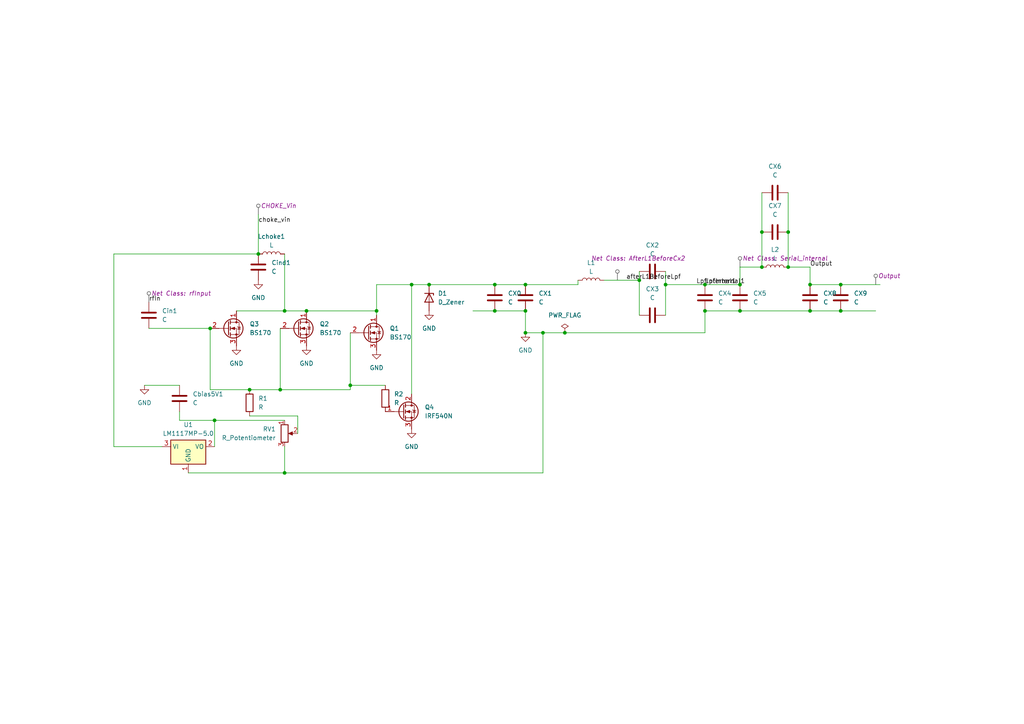
<source format=kicad_sch>
(kicad_sch (version 20230121) (generator eeschema)
  (paper "A4")
  (lib_symbols
    (symbol "Device:C" (pin_numbers hide) (pin_names (offset 0.254))
      (property "Reference" "C" (at 0.635 2.54 0))
      (property "Value" "C" (at 0.635 -2.54 0))
      (symbol "C_0_1"
        (polyline (pts (xy -2.032 -0.762) (xy 2.032 -0.762)) (stroke (width 0.508)))
        (polyline (pts (xy -2.032 0.762) (xy 2.032 0.762)) (stroke (width 0.508)))
      )
      (symbol "C_1_1"
        (pin passive line (at 0 3.81 270) (length 2.794) (name "~") (number "1"))
        (pin passive line (at 0 -3.81 90) (length 2.794) (name "~") (number "2"))
      )
    )
    (symbol "Device:D_Zener" (pin_numbers hide) (pin_names (offset 1.016) hide)
      (property "Reference" "D" (at 0 2.54 0))
      (property "Value" "D_Zener" (at 0 -2.54 0))
      (symbol "D_Zener_0_1"
        (polyline (pts (xy 1.27 0) (xy -1.27 0)))
        (polyline (pts (xy -1.27 -1.27) (xy -1.27 1.27) (xy -0.762 1.27)) (stroke (width 0.254)))
        (polyline (pts (xy 1.27 -1.27) (xy 1.27 1.27) (xy -1.27 0) (xy 1.27 -1.27)) (stroke (width 0.254)))
      )
      (symbol "D_Zener_1_1"
        (pin passive line (at -3.81 0 0) (length 2.54) (name "K") (number "1"))
        (pin passive line (at 3.81 0 180) (length 2.54) (name "A") (number "2"))
      )
    )
    (symbol "Device:L" (pin_numbers hide) (pin_names (offset 1.016) hide)
      (property "Reference" "L" (at -1.27 0 90))
      (property "Value" "L" (at 1.905 0 90))
      (symbol "L_0_1"
        (arc (start 0 -2.54) (mid 0.6323 -1.905) (end 0 -1.27))
        (arc (start 0 -1.27) (mid 0.6323 -0.635) (end 0 0))
        (arc (start 0 0) (mid 0.6323 0.635) (end 0 1.27))
        (arc (start 0 1.27) (mid 0.6323 1.905) (end 0 2.54))
      )
      (symbol "L_1_1"
        (pin passive line (at 0 3.81 270) (length 1.27) (name "1") (number "1"))
        (pin passive line (at 0 -3.81 90) (length 1.27) (name "2") (number "2"))
      )
    )
    (symbol "Device:R" (pin_numbers hide) (pin_names (offset 0))
      (property "Reference" "R" (at 2.032 0 90))
      (property "Value" "R" (at 0 0 90))
      (symbol "R_0_1"
        (rectangle (start -1.016 -2.54) (end 1.016 2.54) (stroke (width 0.254)))
      )
      (symbol "R_1_1"
        (pin passive line (at 0 3.81 270) (length 1.27) (name "~") (number "1"))
        (pin passive line (at 0 -3.81 90) (length 1.27) (name "~") (number "2"))
      )
    )
    (symbol "Device:R_Potentiometer" (pin_names (offset 1.016) hide)
      (property "Reference" "RV" (at -4.445 0 90))
      (property "Value" "R_Potentiometer" (at -2.54 0 90))
      (symbol "R_Potentiometer_0_1"
        (polyline (pts (xy 2.54 0) (xy 1.524 0)))
        (polyline (pts (xy 1.143 0) (xy 2.286 0.508) (xy 2.286 -0.508) (xy 1.143 0)) (fill (type outline)))
        (rectangle (start 1.016 2.54) (end -1.016 -2.54) (stroke (width 0.254)))
      )
      (symbol "R_Potentiometer_1_1"
        (pin passive line (at 0 3.81 270) (length 1.27) (name "1") (number "1"))
        (pin passive line (at 3.81 0 180) (length 1.27) (name "2") (number "2"))
        (pin passive line (at 0 -3.81 90) (length 1.27) (name "3") (number "3"))
      )
    )
    (symbol "Regulator_Linear:LM1117MP-5.0"
      (property "Reference" "U" (at -3.81 3.175 0))
      (property "Value" "LM1117MP-5.0" (at 0 3.175 0))
      (symbol "LM1117MP-5.0_0_1"
        (rectangle (start -5.08 -5.08) (end 5.08 1.905) (stroke (width 0.254)) (fill (type background)))
      )
      (symbol "LM1117MP-5.0_1_1"
        (pin power_in line (at 0 -7.62 90) (length 2.54) (name "GND") (number "1"))
        (pin power_out line (at 7.62 0 180) (length 2.54) (name "VO") (number "2"))
        (pin power_in line (at -7.62 0 0) (length 2.54) (name "VI") (number "3"))
      )
    )
    (symbol "Transistor_FET:BS170" (pin_names hide)
      (property "Reference" "Q" (at 5.08 1.905 0))
      (property "Value" "BS170" (at 5.08 0 0))
      (symbol "BS170_0_1"
        (polyline (pts (xy 0.254 0) (xy -2.54 0)))
        (polyline (pts (xy 0.254 1.905) (xy 0.254 -1.905)) (stroke (width 0.254)))
        (polyline (pts (xy 0.762 -1.27) (xy 0.762 -2.286)) (stroke (width 0.254)))
        (polyline (pts (xy 0.762 0.508) (xy 0.762 -0.508)) (stroke (width 0.254)))
        (polyline (pts (xy 0.762 2.286) (xy 0.762 1.27)) (stroke (width 0.254)))
        (polyline (pts (xy 2.54 2.54) (xy 2.54 1.778)))
        (polyline (pts (xy 2.54 -2.54) (xy 2.54 0) (xy 0.762 0)))
        (polyline (pts (xy 0.762 -1.778) (xy 3.302 -1.778) (xy 3.302 1.778) (xy 0.762 1.778)))
        (polyline (pts (xy 1.016 0) (xy 2.032 0.381) (xy 2.032 -0.381) (xy 1.016 0)) (fill (type outline)))
        (polyline (pts (xy 2.794 0.508) (xy 2.921 0.381) (xy 3.683 0.381) (xy 3.81 0.254)))
        (polyline (pts (xy 3.302 0.381) (xy 2.921 -0.254) (xy 3.683 -0.254) (xy 3.302 0.381)))
        (circle (center 1.651 0) (radius 2.794) (stroke (width 0.254)))
        (circle (center 2.54 -1.778) (radius 0.254) (fill (type outline)))
        (circle (center 2.54 1.778) (radius 0.254) (fill (type outline)))
      )
      (symbol "BS170_1_1"
        (pin passive line (at 2.54 5.08 270) (length 2.54) (name "D") (number "1"))
        (pin input line (at -5.08 0 0) (length 2.54) (name "G") (number "2"))
        (pin passive line (at 2.54 -5.08 90) (length 2.54) (name "S") (number "3"))
      )
    )
    (symbol "Transistor_FET:IRF540N" (pin_names hide)
      (property "Reference" "Q" (at 6.35 1.905 0))
      (property "Value" "IRF540N" (at 6.35 0 0))
      (symbol "IRF540N_0_1"
        (polyline (pts (xy 0.254 0) (xy -2.54 0)))
        (polyline (pts (xy 0.254 1.905) (xy 0.254 -1.905)) (stroke (width 0.254)))
        (polyline (pts (xy 0.762 -1.27) (xy 0.762 -2.286)) (stroke (width 0.254)))
        (polyline (pts (xy 0.762 0.508) (xy 0.762 -0.508)) (stroke (width 0.254)))
        (polyline (pts (xy 0.762 2.286) (xy 0.762 1.27)) (stroke (width 0.254)))
        (polyline (pts (xy 2.54 2.54) (xy 2.54 1.778)))
        (polyline (pts (xy 2.54 -2.54) (xy 2.54 0) (xy 0.762 0)))
        (polyline (pts (xy 0.762 -1.778) (xy 3.302 -1.778) (xy 3.302 1.778) (xy 0.762 1.778)))
        (polyline (pts (xy 1.016 0) (xy 2.032 0.381) (xy 2.032 -0.381) (xy 1.016 0)) (fill (type outline)))
        (polyline (pts (xy 2.794 0.508) (xy 2.921 0.381) (xy 3.683 0.381) (xy 3.81 0.254)))
        (polyline (pts (xy 3.302 0.381) (xy 2.921 -0.254) (xy 3.683 -0.254) (xy 3.302 0.381)))
        (circle (center 1.651 0) (radius 2.794) (stroke (width 0.254)))
        (circle (center 2.54 -1.778) (radius 0.254) (fill (type outline)))
        (circle (center 2.54 1.778) (radius 0.254) (fill (type outline)))
      )
      (symbol "IRF540N_1_1"
        (pin input line (at -5.08 0 0) (length 2.54) (name "G") (number "1"))
        (pin passive line (at 2.54 5.08 270) (length 2.54) (name "D") (number "2"))
        (pin passive line (at 2.54 -5.08 90) (length 2.54) (name "S") (number "3"))
      )
    )
    (symbol "power:GND" (power) (pin_names (offset 0))
      (property "Value" "GND" (at 0 -3.81 0))
      (symbol "GND_0_1"
        (polyline (pts (xy 0 0) (xy 0 -1.27) (xy 1.27 -1.27) (xy 0 -2.54) (xy -1.27 -1.27) (xy 0 -1.27)))
      )
      (symbol "GND_1_1"
        (pin power_in line (at 0 0 270) (length 0) hide (name "GND") (number "1"))
      )
    )
    (symbol "power:PWR_FLAG" (power) (pin_numbers hide) (pin_names (offset 0) hide)
      (property "Value" "PWR_FLAG" (at 0 3.81 0))
      (symbol "PWR_FLAG_0_0"
        (pin power_out line (at 0 0 90) (length 0) (name "pwr") (number "1"))
      )
      (symbol "PWR_FLAG_0_1"
        (polyline (pts (xy 0 0) (xy 0 1.27) (xy -1.016 1.905) (xy 0 2.54) (xy 1.016 1.905) (xy 0 1.27)))
      )
    )
  )
  (junction (at 119.38 82.55))
  (junction (at 228.6 67.31))
  (junction (at 152.4 96.52))
  (junction (at 74.93 73.66))
  (junction (at 234.95 90.17))
  (junction (at 163.83 96.52))
  (junction (at 82.55 90.17))
  (junction (at 152.4 82.55))
  (junction (at 228.6 77.47))
  (junction (at 234.95 82.55))
  (junction (at 204.47 90.17))
  (junction (at 214.63 82.55))
  (junction (at 220.98 67.31))
  (junction (at 143.51 90.17))
  (junction (at 81.28 113.03))
  (junction (at 88.9 90.17))
  (junction (at 101.6 111.76))
  (junction (at 243.84 90.17))
  (junction (at 193.04 82.55))
  (junction (at 220.98 77.47))
  (junction (at 243.84 82.55))
  (junction (at 157.48 96.52))
  (junction (at 185.42 81.28))
  (junction (at 214.63 90.17))
  (junction (at 204.47 82.55))
  (junction (at 82.55 137.16))
  (junction (at 62.23 121.92))
  (junction (at 109.22 90.17))
  (junction (at 152.4 90.17))
  (junction (at 124.46 82.55))
  (junction (at 72.39 113.03))
  (junction (at 60.96 95.25))
  (junction (at 143.51 82.55))
  (wire (pts (xy 52.07 121.92) (xy 52.07 119.38)))
  (wire (pts (xy 82.55 73.66) (xy 82.55 90.17)))
  (wire (pts (xy 157.48 137.16) (xy 82.55 137.16)))
  (wire (pts (xy 86.36 120.65) (xy 72.39 120.65)))
  (wire (pts (xy 228.6 55.88) (xy 228.6 67.31)))
  (wire (pts (xy 109.22 82.55) (xy 119.38 82.55)))
  (wire (pts (xy 163.83 96.52) (xy 157.48 96.52)))
  (wire (pts (xy 86.36 125.73) (xy 86.36 120.65)))
  (wire (pts (xy 62.23 121.92) (xy 52.07 121.92)))
  (wire (pts (xy 82.55 129.54) (xy 82.55 137.16)))
  (wire (pts (xy 204.47 90.17) (xy 214.63 90.17)))
  (wire (pts (xy 101.6 96.52) (xy 101.6 111.76)))
  (wire (pts (xy 234.95 90.17) (xy 243.84 90.17)))
  (wire (pts (xy 119.38 82.55) (xy 119.38 114.3)))
  (wire (pts (xy 101.6 111.76) (xy 101.6 113.03)))
  (wire (pts (xy 68.58 90.17) (xy 82.55 90.17)))
  (wire (pts (xy 143.51 82.55) (xy 152.4 82.55)))
  (wire (pts (xy 152.4 82.55) (xy 167.64 82.55)))
  (wire (pts (xy 167.64 82.55) (xy 167.64 81.28)))
  (wire (pts (xy 82.55 90.17) (xy 88.9 90.17)))
  (wire (pts (xy 72.39 113.03) (xy 81.28 113.03)))
  (wire (pts (xy 204.47 82.55) (xy 214.63 82.55)))
  (wire (pts (xy 185.42 81.28) (xy 185.42 91.44)))
  (wire (pts (xy 220.98 67.31) (xy 220.98 77.47)))
  (wire (pts (xy 214.63 82.55) (xy 214.63 77.47)))
  (wire (pts (xy 33.02 129.54) (xy 46.99 129.54)))
  (wire (pts (xy 60.96 95.25) (xy 60.96 113.03)))
  (wire (pts (xy 143.51 90.17) (xy 152.4 90.17)))
  (wire (pts (xy 74.93 62.23) (xy 74.93 73.66)))
  (wire (pts (xy 175.26 81.28) (xy 185.42 81.28)))
  (wire (pts (xy 88.9 90.17) (xy 109.22 90.17)))
  (wire (pts (xy 204.47 90.17) (xy 204.47 96.52)))
  (wire (pts (xy 185.42 81.28) (xy 185.42 78.74)))
  (wire (pts (xy 101.6 111.76) (xy 111.76 111.76)))
  (wire (pts (xy 254 90.17) (xy 243.84 90.17)))
  (wire (pts (xy 82.55 137.16) (xy 54.61 137.16)))
  (wire (pts (xy 214.63 90.17) (xy 234.95 90.17)))
  (wire (pts (xy 152.4 96.52) (xy 152.4 90.17)))
  (wire (pts (xy 137.16 90.17) (xy 143.51 90.17)))
  (wire (pts (xy 119.38 82.55) (xy 124.46 82.55)))
  (wire (pts (xy 228.6 67.31) (xy 228.6 77.47)))
  (wire (pts (xy 243.84 82.55) (xy 255.27 82.55)))
  (wire (pts (xy 43.18 95.25) (xy 60.96 95.25)))
  (wire (pts (xy 214.63 77.47) (xy 220.98 77.47)))
  (wire (pts (xy 204.47 96.52) (xy 163.83 96.52)))
  (wire (pts (xy 41.91 111.76) (xy 52.07 111.76)))
  (wire (pts (xy 234.95 82.55) (xy 243.84 82.55)))
  (wire (pts (xy 193.04 82.55) (xy 193.04 91.44)))
  (wire (pts (xy 33.02 73.66) (xy 33.02 129.54)))
  (wire (pts (xy 60.96 113.03) (xy 72.39 113.03)))
  (wire (pts (xy 234.95 77.47) (xy 234.95 82.55)))
  (wire (pts (xy 228.6 77.47) (xy 234.95 77.47)))
  (wire (pts (xy 81.28 113.03) (xy 101.6 113.03)))
  (wire (pts (xy 109.22 82.55) (xy 109.22 90.17)))
  (wire (pts (xy 157.48 96.52) (xy 157.48 137.16)))
  (wire (pts (xy 109.22 90.17) (xy 109.22 91.44)))
  (wire (pts (xy 193.04 78.74) (xy 193.04 82.55)))
  (wire (pts (xy 62.23 121.92) (xy 62.23 129.54)))
  (wire (pts (xy 220.98 55.88) (xy 220.98 67.31)))
  (wire (pts (xy 81.28 95.25) (xy 81.28 113.03)))
  (wire (pts (xy 74.93 73.66) (xy 33.02 73.66)))
  (wire (pts (xy 82.55 121.92) (xy 62.23 121.92)))
  (wire (pts (xy 124.46 82.55) (xy 143.51 82.55)))
  (wire (pts (xy 193.04 82.55) (xy 204.47 82.55)))
  (wire (pts (xy 157.48 96.52) (xy 152.4 96.52)))
  (label "afterL1BeforeLpf" (at 181.61 81.28 0))
  (label "LpfInternal1" (at 201.93 82.55 0))
  (label "choke_vin" (at 74.93 64.77 0))
  (label "LpfInternal1" (at 204.47 82.55 0))
  (label "Output" (at 234.95 77.47 0))
  (label "rfIn" (at 43.18 87.63 0))
  (netclass_flag "" (length 2.54) (shape round) (at 214.63 77.47 0) (property "Netclass" "Serial_internal" (at 215.3285 74.93 0) (show_name) (effects (font italic) (justify left))))
  (netclass_flag "" (length 2.54) (shape round) (at 254 82.55 0) (property "Netclass" "Output" (at 254.6985 80.01 0) (effects (font italic) (justify left))))
  (netclass_flag "" (length 2.54) (shape round) (at 179.07 81.28 0) (property "Netclass" "AfterL1BeforeCx2" (at 171.45 74.93 0) (show_name) (effects (font italic) (justify left))))
  (netclass_flag "" (length 2.54) (shape round) (at 43.18 87.63 0) (property "Netclass" "rfInput" (at 43.8785 85.09 0) (show_name) (effects (font italic) (justify left))))
  (netclass_flag "" (length 2.54) (shape round) (at 74.93 62.23 0) (property "Netclass" "CHOKE_Vin" (at 75.6285 59.69 0) (effects (font italic) (justify left))))
  (symbol (lib_id "power:GND") (at 88.9 100.33 0) (unit 1)
    (property "Reference" "#PWR03" (effects hide))
    (property "Value" "GND" (at 88.9 105.41 0))
  )
  (symbol (lib_id "Device:L") (at 224.79 77.47 90) (unit 1)
    (property "Reference" "L2" (at 224.79 72.39 90))
    (property "Value" "L" (at 224.79 74.93 90))
    (property "Footprint" "Inductor_THT:L_Toroid_Vertical_L14.7mm_W8.6mm_P5.58mm_Pulse_KM-1" (effects hide))
  )
  (symbol (lib_id "Regulator_Linear:LM1117MP-5.0") (at 54.61 129.54 0) (unit 1)
    (property "Reference" "U1" (at 54.61 123.19 0))
    (property "Value" "LM1117MP-5.0" (at 54.61 125.73 0))
    (property "Footprint" "Package_TO_SOT_SMD:SOT-223-3_TabPin2" (effects hide))
    (property "Datasheet" "http://www.ti.com/lit/ds/symlink/lm1117.pdf" (effects hide))
  )
  (symbol (lib_id "power:GND") (at 152.4 96.52 0) (unit 1)
    (property "Reference" "#PWR01" (effects hide))
    (property "Value" "GND" (at 152.4 101.6 0))
  )
  (symbol (lib_id "Device:R_Potentiometer") (at 82.55 125.73 0) (unit 1)
    (property "Reference" "RV1" (at 80.01 124.46 0) (effects (justify right)))
    (property "Value" "R_Potentiometer" (at 80.01 127 0) (effects (justify right)))
    (property "Footprint" "Potentiometer_THT:Potentiometer_Runtron_RM-065_Vertical" (effects hide))
  )
  (symbol (lib_id "Device:C") (at 152.4 86.36 0) (unit 1)
    (property "Reference" "CX1" (at 156.21 85.09 0) (effects (justify left)))
    (property "Value" "C" (at 156.21 87.63 0) (effects (justify left)))
    (property "Footprint" "Capacitor_SMD:C_1206_3216Metric" (effects hide))
  )
  (symbol (lib_id "power:GND") (at 68.58 100.33 0) (unit 1)
    (property "Reference" "#PWR02" (effects hide))
    (property "Value" "GND" (at 68.58 105.41 0))
  )
  (symbol (lib_id "Device:L") (at 171.45 81.28 90) (unit 1)
    (property "Reference" "L1" (at 171.45 76.2 90))
    (property "Value" "L" (at 171.45 78.74 90))
    (property "Footprint" "Inductor_THT:L_Toroid_Vertical_L14.7mm_W8.6mm_P5.58mm_Pulse_KM-1" (effects hide))
  )
  (symbol (lib_id "Device:C") (at 189.23 78.74 270) (unit 1)
    (property "Reference" "CX2" (at 189.23 71.12 90))
    (property "Value" "C" (at 189.23 73.66 90))
    (property "Footprint" "Capacitor_SMD:C_1206_3216Metric" (effects hide))
  )
  (symbol (lib_id "power:GND") (at 124.46 90.17 0) (unit 1)
    (property "Reference" "#PWR06" (effects hide))
    (property "Value" "GND" (at 124.46 95.25 0))
  )
  (symbol (lib_id "power:GND") (at 74.93 81.28 0) (unit 1)
    (property "Reference" "#PWR05" (effects hide))
    (property "Value" "GND" (at 74.93 86.36 0))
  )
  (symbol (lib_id "Device:C") (at 143.51 86.36 0) (unit 1)
    (property "Reference" "CX0" (at 147.32 85.09 0) (effects (justify left)))
    (property "Value" "C" (at 147.32 87.63 0) (effects (justify left)))
    (property "Footprint" "Capacitor_SMD:C_1206_3216Metric" (effects hide))
  )
  (symbol (lib_id "Device:C") (at 224.79 67.31 270) (unit 1)
    (property "Reference" "CX7" (at 224.79 59.69 90))
    (property "Value" "C" (at 224.79 62.23 90))
    (property "Footprint" "Capacitor_SMD:C_1206_3216Metric" (effects hide))
  )
  (symbol (lib_id "Transistor_FET:BS170") (at 86.36 95.25 0) (unit 1)
    (property "Reference" "Q2" (at 92.71 93.98 0) (effects (justify left)))
    (property "Value" "BS170" (at 92.71 96.52 0) (effects (justify left)))
    (property "Footprint" "Package_TO_SOT_THT:TO-92_Inline" (effects hide))
    (property "Datasheet" "https://www.onsemi.com/pub/Collateral/BS170-D.PDF" (effects hide))
  )
  (symbol (lib_id "Transistor_FET:BS170") (at 106.68 96.52 0) (unit 1)
    (property "Reference" "Q1" (at 113.03 95.25 0) (effects (justify left)))
    (property "Value" "BS170" (at 113.03 97.79 0) (effects (justify left)))
    (property "Footprint" "Package_TO_SOT_THT:TO-92_Inline" (effects hide))
    (property "Datasheet" "https://www.onsemi.com/pub/Collateral/BS170-D.PDF" (effects hide))
  )
  (symbol (lib_id "Device:C") (at 204.47 86.36 0) (unit 1)
    (property "Reference" "CX4" (at 208.28 85.09 0) (effects (justify left)))
    (property "Value" "C" (at 208.28 87.63 0) (effects (justify left)))
    (property "Footprint" "Capacitor_SMD:C_1206_3216Metric" (effects hide))
  )
  (symbol (lib_id "Device:C") (at 74.93 77.47 0) (unit 1)
    (property "Reference" "Cind1" (at 78.74 76.2 0) (effects (justify left)))
    (property "Value" "C" (at 78.74 78.74 0) (effects (justify left)))
    (property "Footprint" "Capacitor_SMD:C_1206_3216Metric" (effects hide))
  )
  (symbol (lib_id "Device:C") (at 43.18 91.44 0) (unit 1)
    (property "Reference" "Cin1" (at 46.99 90.17 0) (effects (justify left)))
    (property "Value" "C" (at 46.99 92.71 0) (effects (justify left)))
    (property "Footprint" "Capacitor_SMD:C_1206_3216Metric" (effects hide))
  )
  (symbol (lib_id "Device:C") (at 214.63 86.36 0) (unit 1)
    (property "Reference" "CX5" (at 218.44 85.09 0) (effects (justify left)))
    (property "Value" "C" (at 218.44 87.63 0) (effects (justify left)))
    (property "Footprint" "Capacitor_SMD:C_1206_3216Metric" (effects hide))
  )
  (symbol (lib_id "power:GND") (at 109.22 101.6 0) (unit 1)
    (property "Reference" "#PWR04" (effects hide))
    (property "Value" "GND" (at 109.22 106.68 0))
  )
  (symbol (lib_id "Device:L") (at 78.74 73.66 90) (unit 1)
    (property "Reference" "Lchoke1" (at 78.74 68.58 90))
    (property "Value" "L" (at 78.74 71.12 90))
    (property "Footprint" "Inductor_THT:L_Radial_D8.7mm_P5.00mm_Fastron_07HCP" (effects hide))
  )
  (symbol (lib_id "Device:D_Zener") (at 124.46 86.36 270) (unit 1)
    (property "Reference" "D1" (at 127 85.09 90) (effects (justify left)))
    (property "Value" "D_Zener" (at 127 87.63 90) (effects (justify left)))
    (property "Footprint" "Diode_THT:D_A-405_P2.54mm_Vertical_AnodeUp" (effects hide))
  )
  (symbol (lib_id "Device:C") (at 224.79 55.88 270) (unit 1)
    (property "Reference" "CX6" (at 224.79 48.26 90))
    (property "Value" "C" (at 224.79 50.8 90))
    (property "Footprint" "Capacitor_SMD:C_1206_3216Metric" (effects hide))
  )
  (symbol (lib_id "Device:C") (at 234.95 86.36 0) (unit 1)
    (property "Reference" "CX8" (at 238.76 85.09 0) (effects (justify left)))
    (property "Value" "C" (at 238.76 87.63 0) (effects (justify left)))
    (property "Footprint" "Capacitor_SMD:C_1206_3216Metric" (effects hide))
  )
  (symbol (lib_id "power:PWR_FLAG") (at 163.83 96.52 0) (unit 1)
    (property "Reference" "#FLG01" (effects hide))
    (property "Value" "PWR_FLAG" (at 163.83 91.44 0))
  )
  (symbol (lib_id "power:GND") (at 41.91 111.76 0) (unit 1)
    (property "Reference" "#PWR07" (effects hide))
    (property "Value" "GND" (at 41.91 116.84 0))
  )
  (symbol (lib_id "power:GND") (at 119.38 124.46 0) (unit 1)
    (property "Reference" "#PWR08" (effects hide))
    (property "Value" "GND" (at 119.38 129.54 0))
  )
  (symbol (lib_id "Device:R") (at 72.39 116.84 0) (unit 1)
    (property "Reference" "R1" (at 74.93 115.57 0) (effects (justify left)))
    (property "Value" "R" (at 74.93 118.11 0) (effects (justify left)))
    (property "Footprint" "Resistor_SMD:R_1206_3216Metric" (effects hide))
  )
  (symbol (lib_id "Device:C") (at 189.23 91.44 90) (unit 1)
    (property "Reference" "CX3" (at 189.23 83.82 90))
    (property "Value" "C" (at 189.23 86.36 90))
    (property "Footprint" "Capacitor_SMD:C_1206_3216Metric" (effects hide))
  )
  (symbol (lib_id "Device:C") (at 52.07 115.57 0) (unit 1)
    (property "Reference" "Cbias5V1" (at 55.88 114.3 0) (effects (justify left)))
    (property "Value" "C" (at 55.88 116.84 0) (effects (justify left)))
    (property "Footprint" "Capacitor_SMD:C_1206_3216Metric" (effects hide))
  )
  (symbol (lib_id "Transistor_FET:IRF540N") (at 116.84 119.38 0) (unit 1)
    (property "Reference" "Q4" (at 123.19 118.11 0) (effects (justify left)))
    (property "Value" "IRF540N" (at 123.19 120.65 0) (effects (justify left)))
    (property "Footprint" "Package_TO_SOT_THT:TO-220-3_Vertical" (effects hide))
    (property "Datasheet" "http://www.irf.com/product-info/datasheets/data/irf540n.pdf" (effects hide))
  )
  (symbol (lib_id "Transistor_FET:BS170") (at 66.04 95.25 0) (unit 1)
    (property "Reference" "Q3" (at 72.39 93.98 0) (effects (justify left)))
    (property "Value" "BS170" (at 72.39 96.52 0) (effects (justify left)))
    (property "Footprint" "Package_TO_SOT_THT:TO-92_Inline" (effects hide))
    (property "Datasheet" "https://www.onsemi.com/pub/Collateral/BS170-D.PDF" (effects hide))
  )
  (symbol (lib_id "Device:R") (at 111.76 115.57 0) (unit 1)
    (property "Reference" "R2" (at 114.3 114.3 0) (effects (justify left)))
    (property "Value" "R" (at 114.3 116.84 0) (effects (justify left)))
    (property "Footprint" "Resistor_SMD:R_1206_3216Metric" (effects hide))
  )
  (symbol (lib_id "Device:C") (at 243.84 86.36 0) (unit 1)
    (property "Reference" "CX9" (at 247.65 85.09 0) (effects (justify left)))
    (property "Value" "C" (at 247.65 87.63 0) (effects (justify left)))
    (property "Footprint" "Capacitor_SMD:C_1206_3216Metric" (effects hide))
  )
)
</source>
